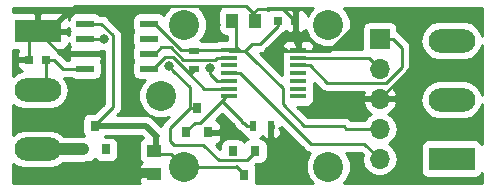
<source format=gtl>
G04 #@! TF.GenerationSoftware,KiCad,Pcbnew,(2018-02-16 revision c95340fba)-makepkg*
G04 #@! TF.CreationDate,2018-05-26T17:23:00+02:00*
G04 #@! TF.ProjectId,lin_bb,6C696E5F62622E6B696361645F706362,rev?*
G04 #@! TF.SameCoordinates,PX7d54dd0PY6718300*
G04 #@! TF.FileFunction,Copper,L1,Top,Signal*
G04 #@! TF.FilePolarity,Positive*
%FSLAX46Y46*%
G04 Gerber Fmt 4.6, Leading zero omitted, Abs format (unit mm)*
G04 Created by KiCad (PCBNEW (2018-02-16 revision c95340fba)-makepkg) date 05/26/18 17:23:00*
%MOMM*%
%LPD*%
G01*
G04 APERTURE LIST*
%ADD10R,1.000000X1.250000*%
%ADD11R,1.250000X1.000000*%
%ADD12R,0.800000X0.750000*%
%ADD13O,1.700000X1.700000*%
%ADD14R,1.700000X1.700000*%
%ADD15O,3.960000X1.980000*%
%ADD16R,3.960000X1.980000*%
%ADD17R,0.900000X0.500000*%
%ADD18R,1.550000X0.600000*%
%ADD19R,0.800000X0.900000*%
%ADD20C,2.540000*%
%ADD21R,1.450000X0.450000*%
%ADD22R,0.500000X0.900000*%
%ADD23C,0.800000*%
%ADD24C,0.250000*%
%ADD25C,0.500000*%
%ADD26C,1.000000*%
%ADD27C,0.254000*%
G04 APERTURE END LIST*
D10*
X22926800Y-1879600D03*
X24926800Y-1879600D03*
D11*
X16344900Y-12881100D03*
X16344900Y-14881100D03*
D12*
X7252400Y-5181600D03*
X5752400Y-5181600D03*
D13*
X35458400Y-13563600D03*
X35458400Y-11023600D03*
X35458400Y-8483600D03*
X35458400Y-5943600D03*
D14*
X35458400Y-3403600D03*
D15*
X6502400Y-12768600D03*
X6502400Y-7768600D03*
D16*
X6502400Y-2768600D03*
D17*
X19761200Y-4431600D03*
X19761200Y-5931600D03*
D18*
X15933400Y-2133600D03*
X15933400Y-3403600D03*
X15933400Y-4673600D03*
X15933400Y-5943600D03*
X10533400Y-5943600D03*
X10533400Y-4673600D03*
X10533400Y-3403600D03*
X10533400Y-2133600D03*
D15*
X41554400Y-3563600D03*
X41554400Y-8563600D03*
D16*
X41554400Y-13563600D03*
D12*
X28322400Y-1879600D03*
X26822400Y-1879600D03*
D19*
X11328400Y-10785600D03*
X12278400Y-12785600D03*
X10378400Y-12785600D03*
D20*
X31116400Y-14229600D03*
X16916400Y-8229600D03*
X31116400Y-2229600D03*
X18916400Y-14229600D03*
X18916400Y-2229600D03*
D19*
X20015200Y-9312400D03*
X20965200Y-11312400D03*
X19065200Y-11312400D03*
D21*
X28565900Y-4374600D03*
X28565900Y-5024600D03*
X28565900Y-5674600D03*
X28565900Y-6324600D03*
X28565900Y-6974600D03*
X28565900Y-7624600D03*
X28565900Y-8274600D03*
X22665900Y-8274600D03*
X22665900Y-7624600D03*
X22665900Y-6974600D03*
X22665900Y-6324600D03*
X22665900Y-5674600D03*
X22665900Y-5024600D03*
X22665900Y-4374600D03*
D22*
X26251600Y-10820400D03*
X24751600Y-10820400D03*
D19*
X23977600Y-14919200D03*
X23027600Y-12919200D03*
X24927600Y-12919200D03*
D23*
X22961600Y-11120750D03*
X41490900Y-11023600D03*
X41427400Y-6070600D03*
X21615400Y-2260600D03*
X14376400Y-8229600D03*
X13614400Y-14579600D03*
X26060400Y-4419600D03*
X27330400Y-14579600D03*
X21132800Y-5906610D03*
X12090400Y-3403600D03*
X17605709Y-5702592D03*
D24*
X9508400Y-5943600D02*
X10533400Y-5943600D01*
X8664400Y-5943600D02*
X9508400Y-5943600D01*
X7902400Y-5181600D02*
X8664400Y-5943600D01*
X7252400Y-5181600D02*
X7902400Y-5181600D01*
X7252400Y-7018600D02*
X6502400Y-7768600D01*
X7252400Y-5181600D02*
X7252400Y-7018600D01*
X28565900Y-5024600D02*
X34539400Y-5024600D01*
X34539400Y-5024600D02*
X35458400Y-5943600D01*
X35204400Y-5689600D02*
X35458400Y-5943600D01*
X25169400Y-863600D02*
X27281400Y-863600D01*
X24778400Y-1254600D02*
X25169400Y-863600D01*
X27281400Y-863600D02*
X28297400Y-1879600D01*
X28297400Y-1879600D02*
X28322400Y-1879600D01*
X5752400Y-5181600D02*
X5752400Y-3518600D01*
X10533400Y-4673600D02*
X8407400Y-4673600D01*
X8407400Y-4673600D02*
X6502400Y-2768600D01*
X24158399Y-634599D02*
X9626401Y-634599D01*
X24483401Y-959601D02*
X24158399Y-634599D01*
X9626401Y-634599D02*
X7492400Y-2768600D01*
X21650000Y-11277600D02*
X22804750Y-11277600D01*
X22804750Y-11277600D02*
X22961600Y-11120750D01*
X20965200Y-11312400D02*
X21615200Y-11312400D01*
X21615200Y-11312400D02*
X21650000Y-11277600D01*
X20965200Y-11362400D02*
X20965200Y-11312400D01*
D25*
X7492400Y-2768600D02*
X6502400Y-2768600D01*
X9143400Y-1117600D02*
X7492400Y-2768600D01*
X16344900Y-14631100D02*
X13665900Y-14631100D01*
X13665900Y-14631100D02*
X13614400Y-14579600D01*
D24*
X27330400Y-4419600D02*
X26060400Y-4419600D01*
X31203900Y-4419600D02*
X30014400Y-4419600D01*
X34188400Y-1435100D02*
X31203900Y-4419600D01*
X36791900Y-1435100D02*
X34188400Y-1435100D01*
X38061900Y-2705100D02*
X36791900Y-1435100D01*
X35458400Y-8483600D02*
X38061900Y-5880100D01*
X38061900Y-5880100D02*
X38061900Y-2705100D01*
X30014400Y-4419600D02*
X29014400Y-4419600D01*
D26*
X6502400Y-2768600D02*
X7645400Y-2768600D01*
D24*
X27330400Y-4419600D02*
X29014400Y-4419600D01*
X5752400Y-3518600D02*
X6502400Y-2768600D01*
X24778400Y-1879600D02*
X24778400Y-1254600D01*
X24778400Y-1254600D02*
X24483401Y-959601D01*
X28322400Y-1879600D02*
X28322400Y-3727600D01*
X28322400Y-3727600D02*
X29014400Y-4419600D01*
X23288000Y-14229600D02*
X23298400Y-14219200D01*
X18916400Y-14229600D02*
X23288000Y-14229600D01*
X23298400Y-14219200D02*
X23327600Y-14219200D01*
X23327600Y-14219200D02*
X23977600Y-14869200D01*
X23977600Y-14869200D02*
X23977600Y-14919200D01*
X16344900Y-13131100D02*
X17817900Y-13131100D01*
X17817900Y-13131100D02*
X18916400Y-14229600D01*
D25*
X16599658Y-11662842D02*
X16551638Y-11662842D01*
X15674396Y-10785600D02*
X12228400Y-10785600D01*
X16551638Y-11662842D02*
X15674396Y-10785600D01*
X16551638Y-12531362D02*
X16551638Y-11662842D01*
X16408400Y-12674600D02*
X16551638Y-12531362D01*
X16344900Y-13131100D02*
X16408400Y-13067600D01*
X12228400Y-10785600D02*
X11328400Y-10785600D01*
X16408400Y-13067600D02*
X16408400Y-12674600D01*
D24*
X11893404Y-2133600D02*
X12852400Y-3092596D01*
X10533400Y-2133600D02*
X11893404Y-2133600D01*
X12852400Y-3092596D02*
X12852400Y-9211600D01*
X11328400Y-10735600D02*
X11328400Y-10785600D01*
X12852400Y-9211600D02*
X11328400Y-10735600D01*
X26822400Y-2336800D02*
X25289600Y-3869600D01*
X26822400Y-1879600D02*
X26822400Y-2336800D01*
X25289600Y-3869600D02*
X24614400Y-3869600D01*
X24614400Y-3869600D02*
X24064400Y-4419600D01*
X18643600Y-4368800D02*
X18655600Y-4380800D01*
X18655600Y-4380800D02*
X19710400Y-4380800D01*
X18542759Y-4267959D02*
X18643600Y-4368800D01*
X18643600Y-4368800D02*
X22660100Y-4368800D01*
X22660100Y-4368800D02*
X22665900Y-4374600D01*
X19456400Y-4368100D02*
X19356259Y-4267959D01*
X16408400Y-2133600D02*
X18542759Y-4267959D01*
X15933400Y-2133600D02*
X16408400Y-2133600D01*
X29056900Y-10781600D02*
X27249399Y-8974099D01*
X32410400Y-10781600D02*
X29056900Y-10781600D01*
X27249399Y-8974099D02*
X27249399Y-7604599D01*
X27249399Y-7604599D02*
X24859411Y-5214611D01*
X24859411Y-5214611D02*
X24064400Y-4419600D01*
X23614400Y-4419600D02*
X22710900Y-4419600D01*
X22710900Y-4419600D02*
X22665900Y-4374600D01*
X24064400Y-4419600D02*
X23614400Y-4419600D01*
X23278400Y-1879600D02*
X23278400Y-4083600D01*
X23278400Y-4083600D02*
X23614400Y-4419600D01*
X35458400Y-11023600D02*
X32652400Y-11023600D01*
X32652400Y-11023600D02*
X32410400Y-10781600D01*
D26*
X6502400Y-12768600D02*
X10361400Y-12768600D01*
X10361400Y-12768600D02*
X10378400Y-12785600D01*
D24*
X23640900Y-6324600D02*
X29609900Y-12293600D01*
X22665900Y-6324600D02*
X23640900Y-6324600D01*
X29609900Y-12293600D02*
X32398400Y-12293600D01*
X32398400Y-12293600D02*
X32410400Y-12281600D01*
X32410400Y-12281600D02*
X34176400Y-12281600D01*
X34176400Y-12281600D02*
X35458400Y-13563600D01*
X19761200Y-5931600D02*
X19761200Y-6016520D01*
X19761200Y-6016520D02*
X19376920Y-6400800D01*
X22665900Y-7624600D02*
X20600720Y-7624600D01*
X19376920Y-6400800D02*
X17953711Y-4977591D01*
X20600720Y-7624600D02*
X19376920Y-6400800D01*
X17257708Y-4977591D02*
X17953711Y-4977591D01*
X17953711Y-4977591D02*
X17953710Y-4977591D01*
X16291699Y-5943600D02*
X17257708Y-4977591D01*
X15933400Y-5943600D02*
X16291699Y-5943600D01*
X19065200Y-11262400D02*
X19790201Y-10537399D01*
X19065200Y-11312400D02*
X19065200Y-11262400D01*
X19790201Y-10537399D02*
X20246601Y-10537399D01*
X20246601Y-10537399D02*
X22106650Y-8677350D01*
X23825200Y-10515600D02*
X23946800Y-10515600D01*
X23946800Y-10515600D02*
X24251600Y-10820400D01*
X23825200Y-10395900D02*
X23825200Y-10515600D01*
X22106650Y-8677350D02*
X23825200Y-10395900D01*
X22337650Y-8446350D02*
X22106650Y-8677350D01*
X22665900Y-8274600D02*
X22165900Y-8274600D01*
X22165900Y-8274600D02*
X22337650Y-8446350D01*
X24251600Y-10820400D02*
X24751600Y-10820400D01*
X16408400Y-4673600D02*
X16958400Y-4123600D01*
X15933400Y-4673600D02*
X16408400Y-4673600D01*
X17761990Y-4123600D02*
X18819990Y-5181600D01*
X16958400Y-4123600D02*
X17761990Y-4123600D01*
X18819990Y-5181600D02*
X21533900Y-5181600D01*
X21533900Y-5181600D02*
X21690900Y-5024600D01*
X21690900Y-5024600D02*
X22665900Y-5024600D01*
X22665900Y-6974600D02*
X21690900Y-6974600D01*
X21132800Y-6416500D02*
X21132800Y-5906610D01*
X21690900Y-6974600D02*
X21132800Y-6416500D01*
X10533400Y-3403600D02*
X12090400Y-3403600D01*
X22694900Y-6959600D02*
X22609901Y-6874601D01*
X36022401Y-7118601D02*
X30984901Y-7118601D01*
X30984901Y-7118601D02*
X29540900Y-5674600D01*
X29540900Y-5674600D02*
X28565900Y-5674600D01*
X37363400Y-5777602D02*
X37363400Y-4208600D01*
X37363400Y-4208600D02*
X36558400Y-3403600D01*
X36558400Y-3403600D02*
X35458400Y-3403600D01*
X36022401Y-7118601D02*
X37363400Y-5777602D01*
X19365200Y-9312400D02*
X19365200Y-7462083D01*
X18005708Y-6102591D02*
X17605709Y-5702592D01*
X19365200Y-7462083D02*
X18005708Y-6102591D01*
X17729200Y-11213398D02*
X17729200Y-10948400D01*
X17729200Y-10948400D02*
X19365200Y-9312400D01*
X17729200Y-12039600D02*
X17729200Y-11213398D01*
X18084800Y-12395200D02*
X17729200Y-12039600D01*
X20523200Y-12395200D02*
X18084800Y-12395200D01*
X21822201Y-13694201D02*
X20523200Y-12395200D01*
X24927600Y-12969200D02*
X24202599Y-13694201D01*
X24927600Y-12919200D02*
X24927600Y-12969200D01*
X24202599Y-13694201D02*
X21822201Y-13694201D01*
X20015200Y-9312400D02*
X19365200Y-9312400D01*
D27*
G36*
X15440979Y-11803761D02*
X15262091Y-11923291D01*
X15121743Y-12133335D01*
X15072460Y-12381100D01*
X15072460Y-13381100D01*
X15121743Y-13628865D01*
X15262091Y-13838909D01*
X15323220Y-13879754D01*
X15181573Y-14021402D01*
X15084900Y-14254791D01*
X15084900Y-14595350D01*
X15243650Y-14754100D01*
X16217900Y-14754100D01*
X16217900Y-14734100D01*
X16471900Y-14734100D01*
X16471900Y-14754100D01*
X16491900Y-14754100D01*
X16491900Y-15008100D01*
X16471900Y-15008100D01*
X16471900Y-15028100D01*
X16217900Y-15028100D01*
X16217900Y-15008100D01*
X15243650Y-15008100D01*
X15084900Y-15166850D01*
X15084900Y-15507409D01*
X15132614Y-15622600D01*
X4443400Y-15622600D01*
X4443400Y-14008687D01*
X4878357Y-14299316D01*
X5352355Y-14393600D01*
X7652445Y-14393600D01*
X8126443Y-14299316D01*
X8663959Y-13940159D01*
X8688387Y-13903600D01*
X10181152Y-13903600D01*
X10378400Y-13942835D01*
X10679010Y-13883040D01*
X10778400Y-13883040D01*
X11026165Y-13833757D01*
X11236209Y-13693409D01*
X11328400Y-13555436D01*
X11420591Y-13693409D01*
X11630635Y-13833757D01*
X11878400Y-13883040D01*
X12678400Y-13883040D01*
X12926165Y-13833757D01*
X13136209Y-13693409D01*
X13276557Y-13483365D01*
X13325840Y-13235600D01*
X13325840Y-12335600D01*
X13276557Y-12087835D01*
X13136209Y-11877791D01*
X12926165Y-11737443D01*
X12678400Y-11688160D01*
X12189716Y-11688160D01*
X12201450Y-11670600D01*
X15307818Y-11670600D01*
X15440979Y-11803761D01*
X15440979Y-11803761D01*
G37*
X15440979Y-11803761D02*
X15262091Y-11923291D01*
X15121743Y-12133335D01*
X15072460Y-12381100D01*
X15072460Y-13381100D01*
X15121743Y-13628865D01*
X15262091Y-13838909D01*
X15323220Y-13879754D01*
X15181573Y-14021402D01*
X15084900Y-14254791D01*
X15084900Y-14595350D01*
X15243650Y-14754100D01*
X16217900Y-14754100D01*
X16217900Y-14734100D01*
X16471900Y-14734100D01*
X16471900Y-14754100D01*
X16491900Y-14754100D01*
X16491900Y-15008100D01*
X16471900Y-15008100D01*
X16471900Y-15028100D01*
X16217900Y-15028100D01*
X16217900Y-15008100D01*
X15243650Y-15008100D01*
X15084900Y-15166850D01*
X15084900Y-15507409D01*
X15132614Y-15622600D01*
X4443400Y-15622600D01*
X4443400Y-14008687D01*
X4878357Y-14299316D01*
X5352355Y-14393600D01*
X7652445Y-14393600D01*
X8126443Y-14299316D01*
X8663959Y-13940159D01*
X8688387Y-13903600D01*
X10181152Y-13903600D01*
X10378400Y-13942835D01*
X10679010Y-13883040D01*
X10778400Y-13883040D01*
X11026165Y-13833757D01*
X11236209Y-13693409D01*
X11328400Y-13555436D01*
X11420591Y-13693409D01*
X11630635Y-13833757D01*
X11878400Y-13883040D01*
X12678400Y-13883040D01*
X12926165Y-13833757D01*
X13136209Y-13693409D01*
X13276557Y-13483365D01*
X13325840Y-13235600D01*
X13325840Y-12335600D01*
X13276557Y-12087835D01*
X13136209Y-11877791D01*
X12926165Y-11737443D01*
X12678400Y-11688160D01*
X12189716Y-11688160D01*
X12201450Y-11670600D01*
X15307818Y-11670600D01*
X15440979Y-11803761D01*
G36*
X26376600Y-10693400D02*
X26398600Y-10693400D01*
X26398600Y-10947400D01*
X26376600Y-10947400D01*
X26376600Y-11746650D01*
X26535350Y-11905400D01*
X26627909Y-11905400D01*
X26861298Y-11808727D01*
X27039927Y-11630099D01*
X27136600Y-11396710D01*
X27136600Y-11106150D01*
X26977852Y-10947402D01*
X27136600Y-10947402D01*
X27136600Y-10895102D01*
X29019571Y-12778073D01*
X29061971Y-12841529D01*
X29125427Y-12883929D01*
X29313362Y-13009504D01*
X29361505Y-13019080D01*
X29535048Y-13053600D01*
X29535052Y-13053600D01*
X29587826Y-13064097D01*
X29501419Y-13150504D01*
X29211400Y-13850672D01*
X29211400Y-14608528D01*
X29501419Y-15308696D01*
X29815323Y-15622600D01*
X24971992Y-15622600D01*
X24975757Y-15616965D01*
X25025040Y-15369200D01*
X25025040Y-14469200D01*
X24975757Y-14221435D01*
X24885398Y-14086204D01*
X24954961Y-14016640D01*
X25327600Y-14016640D01*
X25575365Y-13967357D01*
X25785409Y-13827009D01*
X25925757Y-13616965D01*
X25975040Y-13369200D01*
X25975040Y-12469200D01*
X25925757Y-12221435D01*
X25785409Y-12011391D01*
X25575365Y-11871043D01*
X25327600Y-11821760D01*
X25319401Y-11821760D01*
X25459409Y-11728209D01*
X25500254Y-11667080D01*
X25641902Y-11808727D01*
X25875291Y-11905400D01*
X25967850Y-11905400D01*
X26126600Y-11746650D01*
X26126600Y-10947400D01*
X26104600Y-10947400D01*
X26104600Y-10693400D01*
X26126600Y-10693400D01*
X26126600Y-10673400D01*
X26376600Y-10673400D01*
X26376600Y-10693400D01*
X26376600Y-10693400D01*
G37*
X26376600Y-10693400D02*
X26398600Y-10693400D01*
X26398600Y-10947400D01*
X26376600Y-10947400D01*
X26376600Y-11746650D01*
X26535350Y-11905400D01*
X26627909Y-11905400D01*
X26861298Y-11808727D01*
X27039927Y-11630099D01*
X27136600Y-11396710D01*
X27136600Y-11106150D01*
X26977852Y-10947402D01*
X27136600Y-10947402D01*
X27136600Y-10895102D01*
X29019571Y-12778073D01*
X29061971Y-12841529D01*
X29125427Y-12883929D01*
X29313362Y-13009504D01*
X29361505Y-13019080D01*
X29535048Y-13053600D01*
X29535052Y-13053600D01*
X29587826Y-13064097D01*
X29501419Y-13150504D01*
X29211400Y-13850672D01*
X29211400Y-14608528D01*
X29501419Y-15308696D01*
X29815323Y-15622600D01*
X24971992Y-15622600D01*
X24975757Y-15616965D01*
X25025040Y-15369200D01*
X25025040Y-14469200D01*
X24975757Y-14221435D01*
X24885398Y-14086204D01*
X24954961Y-14016640D01*
X25327600Y-14016640D01*
X25575365Y-13967357D01*
X25785409Y-13827009D01*
X25925757Y-13616965D01*
X25975040Y-13369200D01*
X25975040Y-12469200D01*
X25925757Y-12221435D01*
X25785409Y-12011391D01*
X25575365Y-11871043D01*
X25327600Y-11821760D01*
X25319401Y-11821760D01*
X25459409Y-11728209D01*
X25500254Y-11667080D01*
X25641902Y-11808727D01*
X25875291Y-11905400D01*
X25967850Y-11905400D01*
X26126600Y-11746650D01*
X26126600Y-10947400D01*
X26104600Y-10947400D01*
X26104600Y-10693400D01*
X26126600Y-10693400D01*
X26126600Y-10673400D01*
X26376600Y-10673400D01*
X26376600Y-10693400D01*
G36*
X29501419Y-1150504D02*
X29357400Y-1498197D01*
X29357400Y-1378290D01*
X29260727Y-1144901D01*
X29082098Y-966273D01*
X28848709Y-869600D01*
X28608150Y-869600D01*
X28449400Y-1028350D01*
X28449400Y-1752600D01*
X28469400Y-1752600D01*
X28469400Y-2006600D01*
X28449400Y-2006600D01*
X28449400Y-2730850D01*
X28608150Y-2889600D01*
X28848709Y-2889600D01*
X29082098Y-2792927D01*
X29227538Y-2647488D01*
X29501419Y-3308696D01*
X30037304Y-3844581D01*
X30737472Y-4134600D01*
X31495328Y-4134600D01*
X32195496Y-3844581D01*
X32731381Y-3308696D01*
X33021400Y-2608528D01*
X33021400Y-1850672D01*
X32731381Y-1150504D01*
X32417477Y-836600D01*
X44121401Y-836600D01*
X44121401Y-3162247D01*
X44075116Y-2929557D01*
X43715959Y-2392041D01*
X43178443Y-2032884D01*
X42704445Y-1938600D01*
X40404355Y-1938600D01*
X39930357Y-2032884D01*
X39392841Y-2392041D01*
X39033684Y-2929557D01*
X38907565Y-3563600D01*
X39033684Y-4197643D01*
X39392841Y-4735159D01*
X39930357Y-5094316D01*
X40404355Y-5188600D01*
X42704445Y-5188600D01*
X43178443Y-5094316D01*
X43715959Y-4735159D01*
X44075116Y-4197643D01*
X44121401Y-3964954D01*
X44121401Y-8162245D01*
X44075116Y-7929557D01*
X43715959Y-7392041D01*
X43178443Y-7032884D01*
X42704445Y-6938600D01*
X40404355Y-6938600D01*
X39930357Y-7032884D01*
X39392841Y-7392041D01*
X39033684Y-7929557D01*
X38907565Y-8563600D01*
X39033684Y-9197643D01*
X39392841Y-9735159D01*
X39930357Y-10094316D01*
X40404355Y-10188600D01*
X42704445Y-10188600D01*
X43178443Y-10094316D01*
X43715959Y-9735159D01*
X44075116Y-9197643D01*
X44121400Y-8964955D01*
X44121400Y-12309138D01*
X43992209Y-12115791D01*
X43782165Y-11975443D01*
X43534400Y-11926160D01*
X39574400Y-11926160D01*
X39326635Y-11975443D01*
X39116591Y-12115791D01*
X38976243Y-12325835D01*
X38926960Y-12573600D01*
X38926960Y-14553600D01*
X38976243Y-14801365D01*
X39116591Y-15011409D01*
X39326635Y-15151757D01*
X39574400Y-15201040D01*
X43534400Y-15201040D01*
X43782165Y-15151757D01*
X43992209Y-15011409D01*
X44121400Y-14818062D01*
X44121400Y-15622600D01*
X32417477Y-15622600D01*
X32731381Y-15308696D01*
X33021400Y-14608528D01*
X33021400Y-13850672D01*
X32731381Y-13150504D01*
X32622477Y-13041600D01*
X33861599Y-13041600D01*
X34017191Y-13197192D01*
X33944308Y-13563600D01*
X34059561Y-14143018D01*
X34387775Y-14634225D01*
X34878982Y-14962439D01*
X35312144Y-15048600D01*
X35604656Y-15048600D01*
X36037818Y-14962439D01*
X36529025Y-14634225D01*
X36857239Y-14143018D01*
X36972492Y-13563600D01*
X36857239Y-12984182D01*
X36529025Y-12492975D01*
X36230639Y-12293600D01*
X36529025Y-12094225D01*
X36857239Y-11603018D01*
X36972492Y-11023600D01*
X36857239Y-10444182D01*
X36529025Y-9952975D01*
X36209922Y-9739757D01*
X36339758Y-9678783D01*
X36730045Y-9250524D01*
X36899876Y-8840490D01*
X36778555Y-8610600D01*
X35585400Y-8610600D01*
X35585400Y-8630600D01*
X35331400Y-8630600D01*
X35331400Y-8610600D01*
X34138245Y-8610600D01*
X34016924Y-8840490D01*
X34186755Y-9250524D01*
X34577042Y-9678783D01*
X34706878Y-9739757D01*
X34387775Y-9952975D01*
X34180222Y-10263600D01*
X32978327Y-10263600D01*
X32958329Y-10233671D01*
X32706937Y-10065696D01*
X32485252Y-10021600D01*
X32485247Y-10021600D01*
X32410400Y-10006712D01*
X32335553Y-10021600D01*
X29371703Y-10021600D01*
X28497142Y-9147040D01*
X29290900Y-9147040D01*
X29538665Y-9097757D01*
X29748709Y-8957409D01*
X29889057Y-8747365D01*
X29938340Y-8499600D01*
X29938340Y-8049600D01*
X29918449Y-7949600D01*
X29938340Y-7849600D01*
X29938340Y-7399600D01*
X29918449Y-7299600D01*
X29938340Y-7199600D01*
X29938340Y-7146842D01*
X30394572Y-7603074D01*
X30436972Y-7666530D01*
X30500428Y-7708930D01*
X30688363Y-7834505D01*
X30736506Y-7844081D01*
X30910049Y-7878601D01*
X30910053Y-7878601D01*
X30984901Y-7893489D01*
X31059749Y-7878601D01*
X34119688Y-7878601D01*
X34016924Y-8126710D01*
X34138245Y-8356600D01*
X35331400Y-8356600D01*
X35331400Y-8336600D01*
X35585400Y-8336600D01*
X35585400Y-8356600D01*
X36778555Y-8356600D01*
X36899876Y-8126710D01*
X36730045Y-7716676D01*
X36619942Y-7595861D01*
X37847873Y-6367931D01*
X37911329Y-6325531D01*
X38079304Y-6074139D01*
X38123400Y-5852454D01*
X38123400Y-5852449D01*
X38138288Y-5777602D01*
X38123400Y-5702755D01*
X38123400Y-4283447D01*
X38138288Y-4208600D01*
X38123400Y-4133753D01*
X38123400Y-4133748D01*
X38079304Y-3912063D01*
X37911329Y-3660671D01*
X37847873Y-3618271D01*
X37148731Y-2919130D01*
X37106329Y-2855671D01*
X36955840Y-2755117D01*
X36955840Y-2553600D01*
X36906557Y-2305835D01*
X36766209Y-2095791D01*
X36556165Y-1955443D01*
X36308400Y-1906160D01*
X34608400Y-1906160D01*
X34360635Y-1955443D01*
X34150591Y-2095791D01*
X34010243Y-2305835D01*
X33960960Y-2553600D01*
X33960960Y-4253600D01*
X33963148Y-4264600D01*
X29925900Y-4264600D01*
X29925900Y-4247598D01*
X29781652Y-4247598D01*
X29925900Y-4103350D01*
X29925900Y-4023290D01*
X29829227Y-3789901D01*
X29650598Y-3611273D01*
X29417209Y-3514600D01*
X28851650Y-3514600D01*
X28692900Y-3673350D01*
X28692900Y-4152160D01*
X28438900Y-4152160D01*
X28438900Y-3673350D01*
X28280150Y-3514600D01*
X27714591Y-3514600D01*
X27481202Y-3611273D01*
X27302573Y-3789901D01*
X27205900Y-4023290D01*
X27205900Y-4103350D01*
X27364650Y-4262100D01*
X27502356Y-4262100D01*
X27383091Y-4341791D01*
X27242743Y-4551835D01*
X27228547Y-4623203D01*
X27205900Y-4645850D01*
X27205900Y-4725910D01*
X27207398Y-4729527D01*
X27193460Y-4799600D01*
X27193460Y-5249600D01*
X27213351Y-5349600D01*
X27193460Y-5449600D01*
X27193460Y-5899600D01*
X27213351Y-5999600D01*
X27193460Y-6099600D01*
X27193460Y-6473858D01*
X25449744Y-4730143D01*
X25449740Y-4730137D01*
X25351732Y-4632129D01*
X25364447Y-4629600D01*
X25364452Y-4629600D01*
X25586137Y-4585504D01*
X25837529Y-4417529D01*
X25879931Y-4354070D01*
X27306873Y-2927129D01*
X27370329Y-2884729D01*
X27379664Y-2870759D01*
X27470165Y-2852757D01*
X27561502Y-2791727D01*
X27562702Y-2792927D01*
X27796091Y-2889600D01*
X28036650Y-2889600D01*
X28195400Y-2730850D01*
X28195400Y-2006600D01*
X28175400Y-2006600D01*
X28175400Y-1752600D01*
X28195400Y-1752600D01*
X28195400Y-1028350D01*
X28036650Y-869600D01*
X27796091Y-869600D01*
X27562702Y-966273D01*
X27561502Y-967473D01*
X27470165Y-906443D01*
X27222400Y-857160D01*
X26422400Y-857160D01*
X26174635Y-906443D01*
X26014287Y-1013585D01*
X25965127Y-894901D01*
X25906826Y-836600D01*
X29815323Y-836600D01*
X29501419Y-1150504D01*
X29501419Y-1150504D01*
G37*
X29501419Y-1150504D02*
X29357400Y-1498197D01*
X29357400Y-1378290D01*
X29260727Y-1144901D01*
X29082098Y-966273D01*
X28848709Y-869600D01*
X28608150Y-869600D01*
X28449400Y-1028350D01*
X28449400Y-1752600D01*
X28469400Y-1752600D01*
X28469400Y-2006600D01*
X28449400Y-2006600D01*
X28449400Y-2730850D01*
X28608150Y-2889600D01*
X28848709Y-2889600D01*
X29082098Y-2792927D01*
X29227538Y-2647488D01*
X29501419Y-3308696D01*
X30037304Y-3844581D01*
X30737472Y-4134600D01*
X31495328Y-4134600D01*
X32195496Y-3844581D01*
X32731381Y-3308696D01*
X33021400Y-2608528D01*
X33021400Y-1850672D01*
X32731381Y-1150504D01*
X32417477Y-836600D01*
X44121401Y-836600D01*
X44121401Y-3162247D01*
X44075116Y-2929557D01*
X43715959Y-2392041D01*
X43178443Y-2032884D01*
X42704445Y-1938600D01*
X40404355Y-1938600D01*
X39930357Y-2032884D01*
X39392841Y-2392041D01*
X39033684Y-2929557D01*
X38907565Y-3563600D01*
X39033684Y-4197643D01*
X39392841Y-4735159D01*
X39930357Y-5094316D01*
X40404355Y-5188600D01*
X42704445Y-5188600D01*
X43178443Y-5094316D01*
X43715959Y-4735159D01*
X44075116Y-4197643D01*
X44121401Y-3964954D01*
X44121401Y-8162245D01*
X44075116Y-7929557D01*
X43715959Y-7392041D01*
X43178443Y-7032884D01*
X42704445Y-6938600D01*
X40404355Y-6938600D01*
X39930357Y-7032884D01*
X39392841Y-7392041D01*
X39033684Y-7929557D01*
X38907565Y-8563600D01*
X39033684Y-9197643D01*
X39392841Y-9735159D01*
X39930357Y-10094316D01*
X40404355Y-10188600D01*
X42704445Y-10188600D01*
X43178443Y-10094316D01*
X43715959Y-9735159D01*
X44075116Y-9197643D01*
X44121400Y-8964955D01*
X44121400Y-12309138D01*
X43992209Y-12115791D01*
X43782165Y-11975443D01*
X43534400Y-11926160D01*
X39574400Y-11926160D01*
X39326635Y-11975443D01*
X39116591Y-12115791D01*
X38976243Y-12325835D01*
X38926960Y-12573600D01*
X38926960Y-14553600D01*
X38976243Y-14801365D01*
X39116591Y-15011409D01*
X39326635Y-15151757D01*
X39574400Y-15201040D01*
X43534400Y-15201040D01*
X43782165Y-15151757D01*
X43992209Y-15011409D01*
X44121400Y-14818062D01*
X44121400Y-15622600D01*
X32417477Y-15622600D01*
X32731381Y-15308696D01*
X33021400Y-14608528D01*
X33021400Y-13850672D01*
X32731381Y-13150504D01*
X32622477Y-13041600D01*
X33861599Y-13041600D01*
X34017191Y-13197192D01*
X33944308Y-13563600D01*
X34059561Y-14143018D01*
X34387775Y-14634225D01*
X34878982Y-14962439D01*
X35312144Y-15048600D01*
X35604656Y-15048600D01*
X36037818Y-14962439D01*
X36529025Y-14634225D01*
X36857239Y-14143018D01*
X36972492Y-13563600D01*
X36857239Y-12984182D01*
X36529025Y-12492975D01*
X36230639Y-12293600D01*
X36529025Y-12094225D01*
X36857239Y-11603018D01*
X36972492Y-11023600D01*
X36857239Y-10444182D01*
X36529025Y-9952975D01*
X36209922Y-9739757D01*
X36339758Y-9678783D01*
X36730045Y-9250524D01*
X36899876Y-8840490D01*
X36778555Y-8610600D01*
X35585400Y-8610600D01*
X35585400Y-8630600D01*
X35331400Y-8630600D01*
X35331400Y-8610600D01*
X34138245Y-8610600D01*
X34016924Y-8840490D01*
X34186755Y-9250524D01*
X34577042Y-9678783D01*
X34706878Y-9739757D01*
X34387775Y-9952975D01*
X34180222Y-10263600D01*
X32978327Y-10263600D01*
X32958329Y-10233671D01*
X32706937Y-10065696D01*
X32485252Y-10021600D01*
X32485247Y-10021600D01*
X32410400Y-10006712D01*
X32335553Y-10021600D01*
X29371703Y-10021600D01*
X28497142Y-9147040D01*
X29290900Y-9147040D01*
X29538665Y-9097757D01*
X29748709Y-8957409D01*
X29889057Y-8747365D01*
X29938340Y-8499600D01*
X29938340Y-8049600D01*
X29918449Y-7949600D01*
X29938340Y-7849600D01*
X29938340Y-7399600D01*
X29918449Y-7299600D01*
X29938340Y-7199600D01*
X29938340Y-7146842D01*
X30394572Y-7603074D01*
X30436972Y-7666530D01*
X30500428Y-7708930D01*
X30688363Y-7834505D01*
X30736506Y-7844081D01*
X30910049Y-7878601D01*
X30910053Y-7878601D01*
X30984901Y-7893489D01*
X31059749Y-7878601D01*
X34119688Y-7878601D01*
X34016924Y-8126710D01*
X34138245Y-8356600D01*
X35331400Y-8356600D01*
X35331400Y-8336600D01*
X35585400Y-8336600D01*
X35585400Y-8356600D01*
X36778555Y-8356600D01*
X36899876Y-8126710D01*
X36730045Y-7716676D01*
X36619942Y-7595861D01*
X37847873Y-6367931D01*
X37911329Y-6325531D01*
X38079304Y-6074139D01*
X38123400Y-5852454D01*
X38123400Y-5852449D01*
X38138288Y-5777602D01*
X38123400Y-5702755D01*
X38123400Y-4283447D01*
X38138288Y-4208600D01*
X38123400Y-4133753D01*
X38123400Y-4133748D01*
X38079304Y-3912063D01*
X37911329Y-3660671D01*
X37847873Y-3618271D01*
X37148731Y-2919130D01*
X37106329Y-2855671D01*
X36955840Y-2755117D01*
X36955840Y-2553600D01*
X36906557Y-2305835D01*
X36766209Y-2095791D01*
X36556165Y-1955443D01*
X36308400Y-1906160D01*
X34608400Y-1906160D01*
X34360635Y-1955443D01*
X34150591Y-2095791D01*
X34010243Y-2305835D01*
X33960960Y-2553600D01*
X33960960Y-4253600D01*
X33963148Y-4264600D01*
X29925900Y-4264600D01*
X29925900Y-4247598D01*
X29781652Y-4247598D01*
X29925900Y-4103350D01*
X29925900Y-4023290D01*
X29829227Y-3789901D01*
X29650598Y-3611273D01*
X29417209Y-3514600D01*
X28851650Y-3514600D01*
X28692900Y-3673350D01*
X28692900Y-4152160D01*
X28438900Y-4152160D01*
X28438900Y-3673350D01*
X28280150Y-3514600D01*
X27714591Y-3514600D01*
X27481202Y-3611273D01*
X27302573Y-3789901D01*
X27205900Y-4023290D01*
X27205900Y-4103350D01*
X27364650Y-4262100D01*
X27502356Y-4262100D01*
X27383091Y-4341791D01*
X27242743Y-4551835D01*
X27228547Y-4623203D01*
X27205900Y-4645850D01*
X27205900Y-4725910D01*
X27207398Y-4729527D01*
X27193460Y-4799600D01*
X27193460Y-5249600D01*
X27213351Y-5349600D01*
X27193460Y-5449600D01*
X27193460Y-5899600D01*
X27213351Y-5999600D01*
X27193460Y-6099600D01*
X27193460Y-6473858D01*
X25449744Y-4730143D01*
X25449740Y-4730137D01*
X25351732Y-4632129D01*
X25364447Y-4629600D01*
X25364452Y-4629600D01*
X25586137Y-4585504D01*
X25837529Y-4417529D01*
X25879931Y-4354070D01*
X27306873Y-2927129D01*
X27370329Y-2884729D01*
X27379664Y-2870759D01*
X27470165Y-2852757D01*
X27561502Y-2791727D01*
X27562702Y-2792927D01*
X27796091Y-2889600D01*
X28036650Y-2889600D01*
X28195400Y-2730850D01*
X28195400Y-2006600D01*
X28175400Y-2006600D01*
X28175400Y-1752600D01*
X28195400Y-1752600D01*
X28195400Y-1028350D01*
X28036650Y-869600D01*
X27796091Y-869600D01*
X27562702Y-966273D01*
X27561502Y-967473D01*
X27470165Y-906443D01*
X27222400Y-857160D01*
X26422400Y-857160D01*
X26174635Y-906443D01*
X26014287Y-1013585D01*
X25965127Y-894901D01*
X25906826Y-836600D01*
X29815323Y-836600D01*
X29501419Y-1150504D01*
G36*
X23095058Y-10740560D02*
X23109296Y-10812137D01*
X23277271Y-11063529D01*
X23528663Y-11231504D01*
X23602612Y-11246213D01*
X23661270Y-11304872D01*
X23703671Y-11368329D01*
X23899692Y-11499306D01*
X23903443Y-11518165D01*
X24043791Y-11728209D01*
X24253835Y-11868557D01*
X24276738Y-11873113D01*
X24069791Y-12011391D01*
X23977600Y-12149364D01*
X23885409Y-12011391D01*
X23675365Y-11871043D01*
X23427600Y-11821760D01*
X22627600Y-11821760D01*
X22379835Y-11871043D01*
X22169791Y-12011391D01*
X22029443Y-12221435D01*
X21980160Y-12469200D01*
X21980160Y-12777358D01*
X21568366Y-12365565D01*
X21724899Y-12300727D01*
X21903527Y-12122098D01*
X22000200Y-11888709D01*
X22000200Y-11598150D01*
X21841450Y-11439400D01*
X21092200Y-11439400D01*
X21092200Y-11459400D01*
X20838200Y-11459400D01*
X20838200Y-11439400D01*
X20818200Y-11439400D01*
X20818200Y-11185400D01*
X20838200Y-11185400D01*
X20838200Y-11165400D01*
X21092200Y-11165400D01*
X21092200Y-11185400D01*
X21841450Y-11185400D01*
X22000200Y-11026650D01*
X22000200Y-10736091D01*
X21903527Y-10502702D01*
X21724899Y-10324073D01*
X21590428Y-10268373D01*
X22106650Y-9752152D01*
X23095058Y-10740560D01*
X23095058Y-10740560D01*
G37*
X23095058Y-10740560D02*
X23109296Y-10812137D01*
X23277271Y-11063529D01*
X23528663Y-11231504D01*
X23602612Y-11246213D01*
X23661270Y-11304872D01*
X23703671Y-11368329D01*
X23899692Y-11499306D01*
X23903443Y-11518165D01*
X24043791Y-11728209D01*
X24253835Y-11868557D01*
X24276738Y-11873113D01*
X24069791Y-12011391D01*
X23977600Y-12149364D01*
X23885409Y-12011391D01*
X23675365Y-11871043D01*
X23427600Y-11821760D01*
X22627600Y-11821760D01*
X22379835Y-11871043D01*
X22169791Y-12011391D01*
X22029443Y-12221435D01*
X21980160Y-12469200D01*
X21980160Y-12777358D01*
X21568366Y-12365565D01*
X21724899Y-12300727D01*
X21903527Y-12122098D01*
X22000200Y-11888709D01*
X22000200Y-11598150D01*
X21841450Y-11439400D01*
X21092200Y-11439400D01*
X21092200Y-11459400D01*
X20838200Y-11459400D01*
X20838200Y-11439400D01*
X20818200Y-11439400D01*
X20818200Y-11185400D01*
X20838200Y-11185400D01*
X20838200Y-11165400D01*
X21092200Y-11165400D01*
X21092200Y-11185400D01*
X21841450Y-11185400D01*
X22000200Y-11026650D01*
X22000200Y-10736091D01*
X21903527Y-10502702D01*
X21724899Y-10324073D01*
X21590428Y-10268373D01*
X22106650Y-9752152D01*
X23095058Y-10740560D01*
G36*
X9160243Y-3951365D02*
X9213168Y-4030572D01*
X9123400Y-4247290D01*
X9123400Y-4387850D01*
X9282150Y-4546600D01*
X10406400Y-4546600D01*
X10406400Y-4526600D01*
X10660400Y-4526600D01*
X10660400Y-4546600D01*
X11784650Y-4546600D01*
X11892650Y-4438600D01*
X12092400Y-4438600D01*
X12092401Y-8896796D01*
X11301038Y-9688160D01*
X10928400Y-9688160D01*
X10680635Y-9737443D01*
X10470591Y-9877791D01*
X10330243Y-10087835D01*
X10280960Y-10335600D01*
X10280960Y-11235600D01*
X10330243Y-11483365D01*
X10424105Y-11623838D01*
X10361400Y-11611365D01*
X10249617Y-11633600D01*
X8688387Y-11633600D01*
X8663959Y-11597041D01*
X8126443Y-11237884D01*
X7652445Y-11143600D01*
X5352355Y-11143600D01*
X4878357Y-11237884D01*
X4443400Y-11528513D01*
X4443400Y-9008687D01*
X4878357Y-9299316D01*
X5352355Y-9393600D01*
X7652445Y-9393600D01*
X8126443Y-9299316D01*
X8663959Y-8940159D01*
X9023116Y-8402643D01*
X9149235Y-7768600D01*
X9023116Y-7134557D01*
X8735639Y-6704318D01*
X8739248Y-6703600D01*
X9303870Y-6703600D01*
X9510635Y-6841757D01*
X9758400Y-6891040D01*
X11308400Y-6891040D01*
X11556165Y-6841757D01*
X11766209Y-6701409D01*
X11906557Y-6491365D01*
X11955840Y-6243600D01*
X11955840Y-5643600D01*
X11906557Y-5395835D01*
X11853632Y-5316628D01*
X11943400Y-5099910D01*
X11943400Y-4959350D01*
X11784650Y-4800600D01*
X10660400Y-4800600D01*
X10660400Y-4820600D01*
X10406400Y-4820600D01*
X10406400Y-4800600D01*
X9282150Y-4800600D01*
X9123400Y-4959350D01*
X9123400Y-5099910D01*
X9158066Y-5183600D01*
X8979202Y-5183600D01*
X8492731Y-4697130D01*
X8450329Y-4633671D01*
X8198937Y-4465696D01*
X8186696Y-4463261D01*
X8140150Y-4393600D01*
X8608710Y-4393600D01*
X8842099Y-4296927D01*
X9020727Y-4118298D01*
X9117400Y-3884909D01*
X9117400Y-3735976D01*
X9160243Y-3951365D01*
X9160243Y-3951365D01*
G37*
X9160243Y-3951365D02*
X9213168Y-4030572D01*
X9123400Y-4247290D01*
X9123400Y-4387850D01*
X9282150Y-4546600D01*
X10406400Y-4546600D01*
X10406400Y-4526600D01*
X10660400Y-4526600D01*
X10660400Y-4546600D01*
X11784650Y-4546600D01*
X11892650Y-4438600D01*
X12092400Y-4438600D01*
X12092401Y-8896796D01*
X11301038Y-9688160D01*
X10928400Y-9688160D01*
X10680635Y-9737443D01*
X10470591Y-9877791D01*
X10330243Y-10087835D01*
X10280960Y-10335600D01*
X10280960Y-11235600D01*
X10330243Y-11483365D01*
X10424105Y-11623838D01*
X10361400Y-11611365D01*
X10249617Y-11633600D01*
X8688387Y-11633600D01*
X8663959Y-11597041D01*
X8126443Y-11237884D01*
X7652445Y-11143600D01*
X5352355Y-11143600D01*
X4878357Y-11237884D01*
X4443400Y-11528513D01*
X4443400Y-9008687D01*
X4878357Y-9299316D01*
X5352355Y-9393600D01*
X7652445Y-9393600D01*
X8126443Y-9299316D01*
X8663959Y-8940159D01*
X9023116Y-8402643D01*
X9149235Y-7768600D01*
X9023116Y-7134557D01*
X8735639Y-6704318D01*
X8739248Y-6703600D01*
X9303870Y-6703600D01*
X9510635Y-6841757D01*
X9758400Y-6891040D01*
X11308400Y-6891040D01*
X11556165Y-6841757D01*
X11766209Y-6701409D01*
X11906557Y-6491365D01*
X11955840Y-6243600D01*
X11955840Y-5643600D01*
X11906557Y-5395835D01*
X11853632Y-5316628D01*
X11943400Y-5099910D01*
X11943400Y-4959350D01*
X11784650Y-4800600D01*
X10660400Y-4800600D01*
X10660400Y-4820600D01*
X10406400Y-4820600D01*
X10406400Y-4800600D01*
X9282150Y-4800600D01*
X9123400Y-4959350D01*
X9123400Y-5099910D01*
X9158066Y-5183600D01*
X8979202Y-5183600D01*
X8492731Y-4697130D01*
X8450329Y-4633671D01*
X8198937Y-4465696D01*
X8186696Y-4463261D01*
X8140150Y-4393600D01*
X8608710Y-4393600D01*
X8842099Y-4296927D01*
X9020727Y-4118298D01*
X9117400Y-3884909D01*
X9117400Y-3735976D01*
X9160243Y-3951365D01*
G36*
X17301419Y-1150504D02*
X17192070Y-1414495D01*
X17166209Y-1375791D01*
X16956165Y-1235443D01*
X16708400Y-1186160D01*
X15158400Y-1186160D01*
X14910635Y-1235443D01*
X14700591Y-1375791D01*
X14560243Y-1585835D01*
X14510960Y-1833600D01*
X14510960Y-2433600D01*
X14560243Y-2681365D01*
X14618532Y-2768600D01*
X14560243Y-2855835D01*
X14510960Y-3103600D01*
X14510960Y-3703600D01*
X14560243Y-3951365D01*
X14618532Y-4038600D01*
X14560243Y-4125835D01*
X14510960Y-4373600D01*
X14510960Y-4973600D01*
X14560243Y-5221365D01*
X14618532Y-5308600D01*
X14560243Y-5395835D01*
X14510960Y-5643600D01*
X14510960Y-6243600D01*
X14560243Y-6491365D01*
X14700591Y-6701409D01*
X14910635Y-6841757D01*
X15158400Y-6891040D01*
X15560883Y-6891040D01*
X15301419Y-7150504D01*
X15011400Y-7850672D01*
X15011400Y-8608528D01*
X15301419Y-9308696D01*
X15837304Y-9844581D01*
X16537472Y-10134600D01*
X17295328Y-10134600D01*
X17590436Y-10012362D01*
X17244729Y-10358070D01*
X17181271Y-10400471D01*
X17013296Y-10651863D01*
X16976620Y-10836245D01*
X16361821Y-10221447D01*
X16312445Y-10147551D01*
X16019706Y-9951948D01*
X15761561Y-9900600D01*
X15761557Y-9900600D01*
X15674396Y-9883263D01*
X15587235Y-9900600D01*
X13238203Y-9900600D01*
X13336876Y-9801927D01*
X13400329Y-9759529D01*
X13442727Y-9696076D01*
X13442729Y-9696074D01*
X13568303Y-9508138D01*
X13568304Y-9508137D01*
X13612400Y-9286452D01*
X13612400Y-9286448D01*
X13627288Y-9211601D01*
X13612400Y-9136754D01*
X13612400Y-3167442D01*
X13627288Y-3092595D01*
X13612400Y-3017748D01*
X13612400Y-3017744D01*
X13568304Y-2796059D01*
X13400329Y-2544667D01*
X13336873Y-2502267D01*
X12483735Y-1649130D01*
X12441333Y-1585671D01*
X12189941Y-1417696D01*
X11968256Y-1373600D01*
X11968251Y-1373600D01*
X11893404Y-1358712D01*
X11818557Y-1373600D01*
X11762930Y-1373600D01*
X11556165Y-1235443D01*
X11308400Y-1186160D01*
X9758400Y-1186160D01*
X9510635Y-1235443D01*
X9300591Y-1375791D01*
X9160243Y-1585835D01*
X9117400Y-1801224D01*
X9117400Y-1652291D01*
X9020727Y-1418902D01*
X8842099Y-1240273D01*
X8608710Y-1143600D01*
X6788150Y-1143600D01*
X6629400Y-1302350D01*
X6629400Y-2641600D01*
X8958650Y-2641600D01*
X9117400Y-2482850D01*
X9117400Y-2465976D01*
X9160243Y-2681365D01*
X9218532Y-2768600D01*
X9160243Y-2855835D01*
X9117400Y-3071224D01*
X9117400Y-3054350D01*
X8958650Y-2895600D01*
X6629400Y-2895600D01*
X6629400Y-2915600D01*
X6375400Y-2915600D01*
X6375400Y-2895600D01*
X6355400Y-2895600D01*
X6355400Y-2641600D01*
X6375400Y-2641600D01*
X6375400Y-1302350D01*
X6216650Y-1143600D01*
X4443400Y-1143600D01*
X4443400Y-836600D01*
X17615323Y-836600D01*
X17301419Y-1150504D01*
X17301419Y-1150504D01*
G37*
X17301419Y-1150504D02*
X17192070Y-1414495D01*
X17166209Y-1375791D01*
X16956165Y-1235443D01*
X16708400Y-1186160D01*
X15158400Y-1186160D01*
X14910635Y-1235443D01*
X14700591Y-1375791D01*
X14560243Y-1585835D01*
X14510960Y-1833600D01*
X14510960Y-2433600D01*
X14560243Y-2681365D01*
X14618532Y-2768600D01*
X14560243Y-2855835D01*
X14510960Y-3103600D01*
X14510960Y-3703600D01*
X14560243Y-3951365D01*
X14618532Y-4038600D01*
X14560243Y-4125835D01*
X14510960Y-4373600D01*
X14510960Y-4973600D01*
X14560243Y-5221365D01*
X14618532Y-5308600D01*
X14560243Y-5395835D01*
X14510960Y-5643600D01*
X14510960Y-6243600D01*
X14560243Y-6491365D01*
X14700591Y-6701409D01*
X14910635Y-6841757D01*
X15158400Y-6891040D01*
X15560883Y-6891040D01*
X15301419Y-7150504D01*
X15011400Y-7850672D01*
X15011400Y-8608528D01*
X15301419Y-9308696D01*
X15837304Y-9844581D01*
X16537472Y-10134600D01*
X17295328Y-10134600D01*
X17590436Y-10012362D01*
X17244729Y-10358070D01*
X17181271Y-10400471D01*
X17013296Y-10651863D01*
X16976620Y-10836245D01*
X16361821Y-10221447D01*
X16312445Y-10147551D01*
X16019706Y-9951948D01*
X15761561Y-9900600D01*
X15761557Y-9900600D01*
X15674396Y-9883263D01*
X15587235Y-9900600D01*
X13238203Y-9900600D01*
X13336876Y-9801927D01*
X13400329Y-9759529D01*
X13442727Y-9696076D01*
X13442729Y-9696074D01*
X13568303Y-9508138D01*
X13568304Y-9508137D01*
X13612400Y-9286452D01*
X13612400Y-9286448D01*
X13627288Y-9211601D01*
X13612400Y-9136754D01*
X13612400Y-3167442D01*
X13627288Y-3092595D01*
X13612400Y-3017748D01*
X13612400Y-3017744D01*
X13568304Y-2796059D01*
X13400329Y-2544667D01*
X13336873Y-2502267D01*
X12483735Y-1649130D01*
X12441333Y-1585671D01*
X12189941Y-1417696D01*
X11968256Y-1373600D01*
X11968251Y-1373600D01*
X11893404Y-1358712D01*
X11818557Y-1373600D01*
X11762930Y-1373600D01*
X11556165Y-1235443D01*
X11308400Y-1186160D01*
X9758400Y-1186160D01*
X9510635Y-1235443D01*
X9300591Y-1375791D01*
X9160243Y-1585835D01*
X9117400Y-1801224D01*
X9117400Y-1652291D01*
X9020727Y-1418902D01*
X8842099Y-1240273D01*
X8608710Y-1143600D01*
X6788150Y-1143600D01*
X6629400Y-1302350D01*
X6629400Y-2641600D01*
X8958650Y-2641600D01*
X9117400Y-2482850D01*
X9117400Y-2465976D01*
X9160243Y-2681365D01*
X9218532Y-2768600D01*
X9160243Y-2855835D01*
X9117400Y-3071224D01*
X9117400Y-3054350D01*
X8958650Y-2895600D01*
X6629400Y-2895600D01*
X6629400Y-2915600D01*
X6375400Y-2915600D01*
X6375400Y-2895600D01*
X6355400Y-2895600D01*
X6355400Y-2641600D01*
X6375400Y-2641600D01*
X6375400Y-1302350D01*
X6216650Y-1143600D01*
X4443400Y-1143600D01*
X4443400Y-836600D01*
X17615323Y-836600D01*
X17301419Y-1150504D01*
G36*
X4814073Y-4446901D02*
X4717400Y-4680290D01*
X4717400Y-4895850D01*
X4876150Y-5054600D01*
X5625400Y-5054600D01*
X5625400Y-5034600D01*
X5879400Y-5034600D01*
X5879400Y-5054600D01*
X5899400Y-5054600D01*
X5899400Y-5308600D01*
X5879400Y-5308600D01*
X5879400Y-5328600D01*
X5625400Y-5328600D01*
X5625400Y-5308600D01*
X4876150Y-5308600D01*
X4717400Y-5467350D01*
X4717400Y-5682910D01*
X4814073Y-5916299D01*
X4992702Y-6094927D01*
X5188767Y-6176140D01*
X4878357Y-6237884D01*
X4443400Y-6528513D01*
X4443400Y-4393600D01*
X4867374Y-4393600D01*
X4814073Y-4446901D01*
X4814073Y-4446901D01*
G37*
X4814073Y-4446901D02*
X4717400Y-4680290D01*
X4717400Y-4895850D01*
X4876150Y-5054600D01*
X5625400Y-5054600D01*
X5625400Y-5034600D01*
X5879400Y-5034600D01*
X5879400Y-5054600D01*
X5899400Y-5054600D01*
X5899400Y-5308600D01*
X5879400Y-5308600D01*
X5879400Y-5328600D01*
X5625400Y-5328600D01*
X5625400Y-5308600D01*
X4876150Y-5308600D01*
X4717400Y-5467350D01*
X4717400Y-5682910D01*
X4814073Y-5916299D01*
X4992702Y-6094927D01*
X5188767Y-6176140D01*
X4878357Y-6237884D01*
X4443400Y-6528513D01*
X4443400Y-4393600D01*
X4867374Y-4393600D01*
X4814073Y-4446901D01*
G36*
X21828643Y-1006835D02*
X21779360Y-1254600D01*
X21779360Y-2504600D01*
X21828643Y-2752365D01*
X21968991Y-2962409D01*
X22179035Y-3102757D01*
X22426800Y-3152040D01*
X22518401Y-3152040D01*
X22518401Y-3502160D01*
X21940900Y-3502160D01*
X21693135Y-3551443D01*
X21607295Y-3608800D01*
X20496914Y-3608800D01*
X20458965Y-3583443D01*
X20290203Y-3549874D01*
X20531381Y-3308696D01*
X20821400Y-2608528D01*
X20821400Y-1850672D01*
X20531381Y-1150504D01*
X20217477Y-836600D01*
X21942391Y-836600D01*
X21828643Y-1006835D01*
X21828643Y-1006835D01*
G37*
X21828643Y-1006835D02*
X21779360Y-1254600D01*
X21779360Y-2504600D01*
X21828643Y-2752365D01*
X21968991Y-2962409D01*
X22179035Y-3102757D01*
X22426800Y-3152040D01*
X22518401Y-3152040D01*
X22518401Y-3502160D01*
X21940900Y-3502160D01*
X21693135Y-3551443D01*
X21607295Y-3608800D01*
X20496914Y-3608800D01*
X20458965Y-3583443D01*
X20290203Y-3549874D01*
X20531381Y-3308696D01*
X20821400Y-2608528D01*
X20821400Y-1850672D01*
X20531381Y-1150504D01*
X20217477Y-836600D01*
X21942391Y-836600D01*
X21828643Y-1006835D01*
G36*
X25053800Y-1752600D02*
X25073800Y-1752600D01*
X25073800Y-2006600D01*
X25053800Y-2006600D01*
X25053800Y-2026600D01*
X24799800Y-2026600D01*
X24799800Y-2006600D01*
X24779800Y-2006600D01*
X24779800Y-1752600D01*
X24799800Y-1752600D01*
X24799800Y-1732600D01*
X25053800Y-1732600D01*
X25053800Y-1752600D01*
X25053800Y-1752600D01*
G37*
X25053800Y-1752600D02*
X25073800Y-1752600D01*
X25073800Y-2006600D01*
X25053800Y-2006600D01*
X25053800Y-2026600D01*
X24799800Y-2026600D01*
X24799800Y-2006600D01*
X24779800Y-2006600D01*
X24779800Y-1752600D01*
X24799800Y-1752600D01*
X24799800Y-1732600D01*
X25053800Y-1732600D01*
X25053800Y-1752600D01*
M02*

</source>
